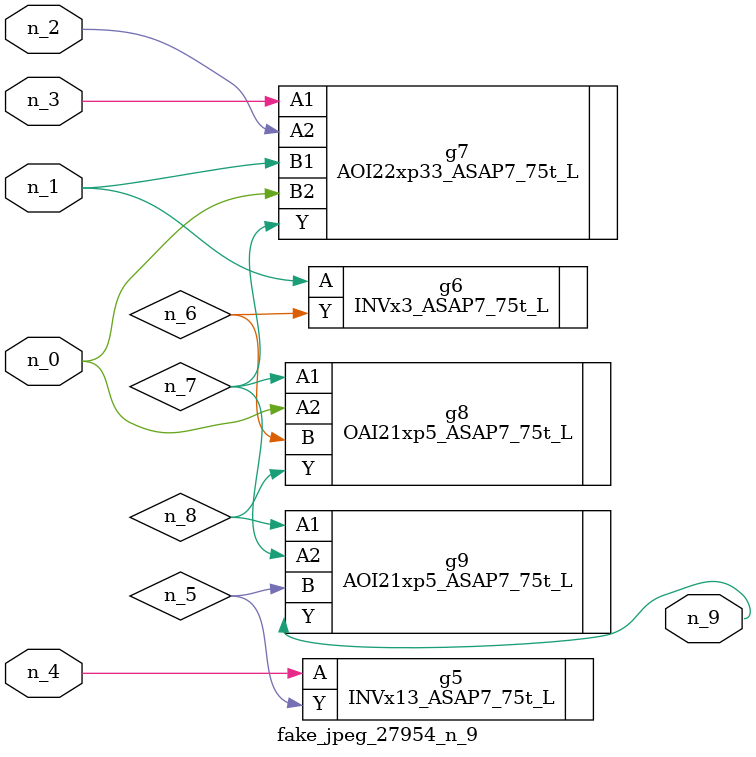
<source format=v>
module fake_jpeg_27954_n_9 (n_3, n_2, n_1, n_0, n_4, n_9);

input n_3;
input n_2;
input n_1;
input n_0;
input n_4;

output n_9;

wire n_8;
wire n_6;
wire n_5;
wire n_7;

INVx13_ASAP7_75t_L g5 ( 
.A(n_4),
.Y(n_5)
);

INVx3_ASAP7_75t_L g6 ( 
.A(n_1),
.Y(n_6)
);

AOI22xp33_ASAP7_75t_L g7 ( 
.A1(n_3),
.A2(n_2),
.B1(n_1),
.B2(n_0),
.Y(n_7)
);

OAI21xp5_ASAP7_75t_L g8 ( 
.A1(n_7),
.A2(n_0),
.B(n_6),
.Y(n_8)
);

AOI21xp5_ASAP7_75t_L g9 ( 
.A1(n_8),
.A2(n_7),
.B(n_5),
.Y(n_9)
);


endmodule
</source>
